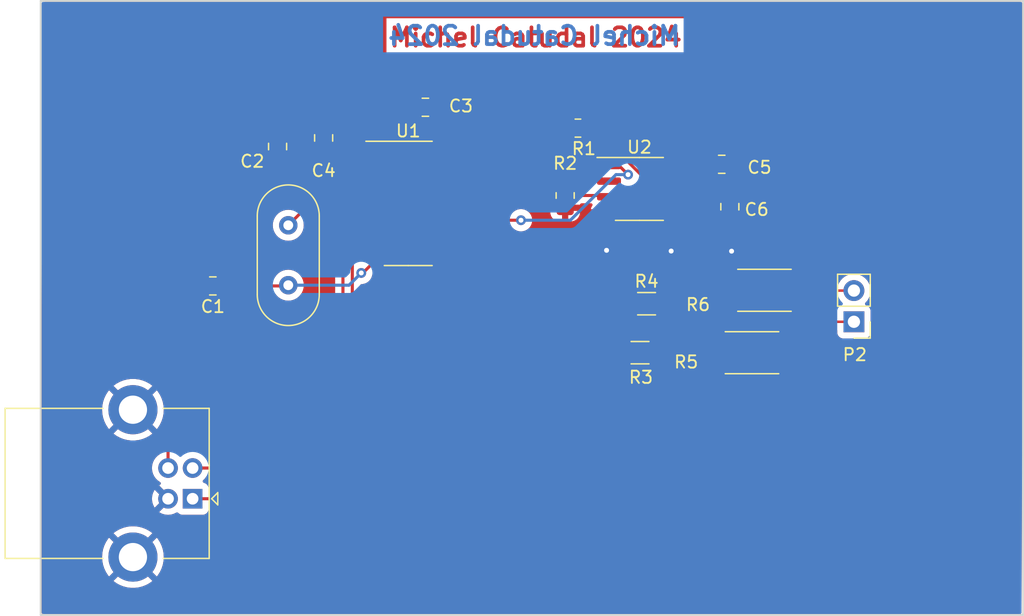
<source format=kicad_pcb>
(kicad_pcb (version 20240108) (generator "pcbnew") (generator_version "8.0")
  (title_block (date "2024-01-10"))
  (layers (0 "F.Cu" signal) (31 "B.Cu" signal) (34 "B.Paste" user) (35 "F.Paste" user) (36 "B.SilkS" user "B.Silkscreen") (37 "F.SilkS" user "F.Silkscreen") (38 "B.Mask" user) (39 "F.Mask" user) (44 "Edge.Cuts" user))
  (net 0 "")
  (net 1 "GND")
  (net 2 "Net-(U1-XO)")
  (net 3 "Net-(U1-XI)")
  (net 4 "+5V")
  (net 5 "Net-(U1-V3)")
  (net 6 "Net-(U2-~{DO}{slash}~{RI})")
  (net 7 "Net-(U2-DO{slash}RI)")
  (net 8 "Net-(P1-D-)")
  (net 9 "Net-(P1-D+)")
  (net 10 "Net-(U1-TXD)")
  (net 11 "/J1708-")
  (net 12 "/J1708+")
  (net 13 "Net-(U2-~{RE})")
  (net 14 "Net-(U1-RXD)")
  (footprint "Resistor_SMD:R_2512_6332Metric_Pad1.40x3.35mm_HandSolder" (layer "F.Cu") (at 179.468 109.426 180)
    (property "Reference" "R6" (at 5.4102 -1.1684 0) (layer "F.SilkS"))
    (property "Value" "47")
    (fp_line (start -2.177064 1.71) (end 2.177064 1.71) (stroke (width 0.12)) (layer "F.SilkS"))
    (fp_line (start -2.177064 -1.71) (end 2.177064 -1.71) (stroke (width 0.12)) (layer "F.SilkS"))
    (pad "1" smd roundrect (at -3.05 0 180) (size 1.4 3.35) (layers "F.Cu" "F.Paste" "F.Mask") (roundrect_rratio 0.1785707143) (net 12 "/J1708+"))
    (pad "2" smd roundrect (at 3.05 0 180) (size 1.4 3.35) (layers "F.Cu" "F.Paste" "F.Mask") (roundrect_rratio 0.1785707143) (net 7 "Net-(U2-DO{slash}RI)"))
  )
  (footprint "Resistor_SMD:R_0805_2012Metric_Pad1.20x1.40mm_HandSolder" (layer "F.Cu") (at 164.2798 96.2182 180)
    (property "Reference" "R1" (at -0.4826 -1.6764 0) (layer "F.SilkS"))
    (property "Value" "4.7k")
    (fp_line (start -0.227064 0.735) (end 0.227064 0.735) (stroke (width 0.12)) (layer "F.SilkS"))
    (fp_line (start -0.227064 -0.735) (end 0.227064 -0.735) (stroke (width 0.12)) (layer "F.SilkS"))
    (pad "1" smd roundrect (at -1 0 180) (size 1.2 1.4) (layers "F.Cu" "F.Paste" "F.Mask") (roundrect_rratio 0.2083333333) (net 4 "+5V"))
    (pad "2" smd roundrect (at 1 0 180) (size 1.2 1.4) (layers "F.Cu" "F.Paste" "F.Mask") (roundrect_rratio 0.2083333333) (net 10 "Net-(U1-TXD)"))
  )
  (footprint "Capacitor_SMD:C_0805_2012Metric_Pad1.18x1.45mm_HandSolder" (layer "F.Cu") (at 143.57 97.0175 90)
    (property "Reference" "C4" (at -2.6625 0 180) (layer "F.SilkS"))
    (property "Value" "0.1uf")
    (fp_line (start -0.261252 -0.735) (end 0.261252 -0.735) (stroke (width 0.12)) (layer "F.SilkS"))
    (fp_line (start -0.261252 0.735) (end 0.261252 0.735) (stroke (width 0.12)) (layer "F.SilkS"))
    (pad "1" smd roundrect (at -1.0375 0 90) (size 1.175 1.45) (layers "F.Cu" "F.Paste" "F.Mask") (roundrect_rratio 0.2127659574) (net 5 "Net-(U1-V3)"))
    (pad "2" smd roundrect (at 1.0375 0 90) (size 1.175 1.45) (layers "F.Cu" "F.Paste" "F.Mask") (roundrect_rratio 0.2127659574) (net 1 "GND"))
  )
  (footprint "Package_SO:SOIC-8_3.9x4.9mm_P1.27mm" (layer "F.Cu") (at 169.2836 101.1712)
    (property "Reference" "U2" (at 0 -3.4 0) (layer "F.SilkS"))
    (property "Value" "DS36277")
    (fp_line (start 0 -2.56) (end -3.45 -2.56) (stroke (width 0.12)) (layer "F.SilkS"))
    (fp_line (start 0 -2.56) (end 1.95 -2.56) (stroke (width 0.12)) (layer "F.SilkS"))
    (fp_line (start 0 2.56) (end -1.95 2.56) (stroke (width 0.12)) (layer "F.SilkS"))
    (fp_line (start 0 2.56) (end 1.95 2.56) (stroke (width 0.12)) (layer "F.SilkS"))
    (pad "1" smd roundrect (at -2.475 -1.905) (size 1.95 0.6) (layers "F.Cu" "F.Paste" "F.Mask") (net 14 "Net-(U1-RXD)"))
    (pad "2" smd roundrect (at -2.475 -0.635) (size 1.95 0.6) (layers "F.Cu" "F.Paste" "F.Mask") (net 13 "Net-(U2-~{RE})"))
    (pad "3" smd roundrect (at -2.475 0.635) (size 1.95 0.6) (layers "F.Cu" "F.Paste" "F.Mask") (net 10 "Net-(U1-TXD)"))
    (pad "4" smd roundrect (at -2.475 1.905) (size 1.95 0.6) (layers "F.Cu" "F.Paste" "F.Mask") (net 1 "GND"))
    (pad "5" smd roundrect (at 2.475 1.905) (size 1.95 0.6) (layers "F.Cu" "F.Paste" "F.Mask") (net 1 "GND"))
    (pad "6" smd roundrect (at 2.475 0.635) (size 1.95 0.6) (layers "F.Cu" "F.Paste" "F.Mask") (net 7 "Net-(U2-DO{slash}RI)"))
    (pad "7" smd roundrect (at 2.475 -0.635) (size 1.95 0.6) (layers "F.Cu" "F.Paste" "F.Mask") (net 6 "Net-(U2-~{DO}{slash}~{RI})"))
    (pad "8" smd roundrect (at 2.475 -1.905) (size 1.95 0.6) (layers "F.Cu" "F.Paste" "F.Mask") (net 4 "+5V"))
  )
  (footprint "Resistor_SMD:R_0805_2012Metric_Pad1.20x1.40mm_HandSolder" (layer "F.Cu") (at 163.2384 101.7046 -90)
    (property "Reference" "R2" (at -2.6162 0 180) (layer "F.SilkS"))
    (property "Value" "4.7k")
    (fp_line (start -0.227064 0.735) (end 0.227064 0.735) (stroke (width 0.12)) (layer "F.SilkS"))
    (fp_line (start -0.227064 -0.735) (end 0.227064 -0.735) (stroke (width 0.12)) (layer "F.SilkS"))
    (pad "1" smd roundrect (at -1 0 270) (size 1.2 1.4) (layers "F.Cu" "F.Paste" "F.Mask") (roundrect_rratio 0.2083333333) (net 13 "Net-(U2-~{RE})"))
    (pad "2" smd roundrect (at 1 0 270) (size 1.2 1.4) (layers "F.Cu" "F.Paste" "F.Mask") (roundrect_rratio 0.2083333333) (net 1 "GND"))
  )
  (footprint "Crystal:Crystal_HC49-4H_Vertical" (layer "F.Cu") (at 140.69 109.01 90)
    (property "Reference" "Y1" (hide yes))
    (property "Value" "12Mhz")
    (fp_line (start -0.76 -2.525) (end 5.64 -2.525) (stroke (width 0.12)) (layer "F.SilkS"))
    (fp_line (start -0.76 2.525) (end 5.64 2.525) (stroke (width 0.12)) (layer "F.SilkS"))
    (fp_arc (start 5.64 -2.525) (mid 8.165 0) (end 5.64 2.525) (stroke (width 0.12)) (layer "F.SilkS"))
    (fp_arc (start -0.76 2.525) (mid -3.285 0) (end -0.76 -2.525) (stroke (width 0.12)) (layer "F.SilkS"))
    (pad "1" thru_hole circle (at 0 0 90) (size 1.5 1.5) (drill 0.8) (layers "*.Cu" "*.Mask") (net 2 "Net-(U1-XO)"))
    (pad "2" thru_hole circle (at 4.88 0 90) (size 1.5 1.5) (drill 0.8) (layers "*.Cu" "*.Mask") (net 3 "Net-(U1-XI)"))
  )
  (footprint "Resistor_SMD:R_1206_3216Metric_Pad1.30x1.75mm_HandSolder" (layer "F.Cu") (at 169.8678 110.5184)
    (property "Reference" "R4" (at 0 -1.82 0) (layer "F.SilkS"))
    (property "Value" "4.7k")
    (fp_line (start -0.727064 -0.91) (end 0.727064 -0.91) (stroke (width 0.12)) (layer "F.SilkS"))
    (fp_line (start -0.727064 0.91) (end 0.727064 0.91) (stroke (width 0.12)) (layer "F.SilkS"))
    (pad "1" smd roundrect (at -1.55 0) (size 1.3 1.75) (layers "F.Cu" "F.Paste" "F.Mask") (roundrect_rratio 0.1923076923) (net 4 "+5V"))
    (pad "2" smd roundrect (at 1.55 0) (size 1.3 1.75) (layers "F.Cu" "F.Paste" "F.Mask") (roundrect_rratio 0.1923076923) (net 7 "Net-(U2-DO{slash}RI)"))
  )
  (footprint "Connector_PinHeader_2.54mm:PinHeader_1x02_P2.54mm_Vertical" (layer "F.Cu") (at 186.753 111.989 180)
    (property "Reference" "P2" (at -0.07 -2.68 0) (layer "F.SilkS"))
    (property "Value" "J1587")
    (fp_line (start 1.33 1.27) (end 1.33 3.87) (stroke (width 0.12)) (layer "F.SilkS"))
    (fp_line (start -1.33 3.87) (end 1.33 3.87) (stroke (width 0.12)) (layer "F.SilkS"))
    (fp_line (start -1.33 1.27) (end 1.33 1.27) (stroke (width 0.12)) (layer "F.SilkS"))
    (fp_line (start -1.33 1.27) (end -1.33 3.87) (stroke (width 0.12)) (layer "F.SilkS"))
    (fp_line (start -1.33 0) (end -1.33 -1.33) (stroke (width 0.12)) (layer "F.SilkS"))
    (fp_line (start -1.33 -1.33) (end 0 -1.33) (stroke (width 0.12)) (layer "F.SilkS"))
    (pad "1" thru_hole rect (at 0 0 180) (size 1.7 1.7) (drill 1) (layers "*.Cu" "*.Mask") (net 11 "/J1708-"))
    (pad "2" thru_hole oval (at 0 2.54 180) (size 1.7 1.7) (drill 1) (layers "*.Cu" "*.Mask") (net 12 "/J1708+"))
  )
  (footprint "Capacitor_SMD:C_0805_2012Metric_Pad1.18x1.45mm_HandSolder" (layer "F.Cu") (at 139.82 97.7175 90)
    (property "Reference" "C2" (at -1.2025 -2.06 180) (layer "F.SilkS"))
    (property "Value" "22pF")
    (fp_line (start -0.261252 -0.735) (end 0.261252 -0.735) (stroke (width 0.12)) (layer "F.SilkS"))
    (fp_line (start -0.261252 0.735) (end 0.261252 0.735) (stroke (width 0.12)) (layer "F.SilkS"))
    (pad "1" smd roundrect (at -1.0375 0 90) (size 1.175 1.45) (layers "F.Cu" "F.Paste" "F.Mask") (roundrect_rratio 0.2127659574) (net 3 "Net-(U1-XI)"))
    (pad "2" smd roundrect (at 1.0375 0 90) (size 1.175 1.45) (layers "F.Cu" "F.Paste" "F.Mask") (roundrect_rratio 0.2127659574) (net 1 "GND"))
  )
  (footprint "Capacitor_SMD:C_0805_2012Metric_Pad1.18x1.45mm_HandSolder" (layer "F.Cu") (at 151.8575 94.52 180)
    (property "Reference" "C3" (at -2.8925 0.1 180) (layer "F.SilkS"))
    (property "Value" "0.1uf")
    (fp_line (start -0.261252 0.735) (end 0.261252 0.735) (stroke (width 0.12)) (layer "F.SilkS"))
    (fp_line (start -0.261252 -0.735) (end 0.261252 -0.735) (stroke (width 0.12)) (layer "F.SilkS"))
    (pad "1" smd roundrect (at -1.0375 0 180) (size 1.175 1.45) (layers "F.Cu" "F.Paste" "F.Mask") (roundrect_rratio 0.2127659574) (net 4 "+5V"))
    (pad "2" smd roundrect (at 1.0375 0 180) (size 1.175 1.45) (layers "F.Cu" "F.Paste" "F.Mask") (roundrect_rratio 0.2127659574) (net 1 "GND"))
  )
  (footprint "Resistor_SMD:R_1206_3216Metric_Pad1.30x1.75mm_HandSolder" (layer "F.Cu") (at 169.334 114.506 180)
    (property "Reference" "R3" (at -0.0762 -2.0066 0) (layer "F.SilkS"))
    (property "Value" "4.7k")
    (fp_line (start -0.727064 0.91) (end 0.727064 0.91) (stroke (width 0.12)) (layer "F.SilkS"))
    (fp_line (start -0.727064 -0.91) (end 0.727064 -0.91) (stroke (width 0.12)) (layer "F.SilkS"))
    (pad "1" smd roundrect (at -1.55 0 180) (size 1.3 1.75) (layers "F.Cu" "F.Paste" "F.Mask") (roundrect_rratio 0.1923076923) (net 6 "Net-(U2-~{DO}{slash}~{RI})"))
    (pad "2" smd roundrect (at 1.55 0 180) (size 1.3 1.75) (layers "F.Cu" "F.Paste" "F.Mask") (roundrect_rratio 0.1923076923) (net 1 "GND"))
  )
  (footprint "Capacitor_SMD:C_0805_2012Metric_Pad1.18x1.45mm_HandSolder" (layer "F.Cu") (at 175.9892 99.1646)
    (property "Reference" "C5" (at 3.0734 0.254 0) (layer "F.SilkS"))
    (property "Value" "0.0022uf")
    (fp_line (start -0.261252 -0.735) (end 0.261252 -0.735) (stroke (width 0.12)) (layer "F.SilkS"))
    (fp_line (start -0.261252 0.735) (end 0.261252 0.735) (stroke (width 0.12)) (layer "F.SilkS"))
    (pad "1" smd roundrect (at -1.0375 0) (size 1.175 1.45) (layers "F.Cu" "F.Paste" "F.Mask") (roundrect_rratio 0.2127659574) (net 6 "Net-(U2-~{DO}{slash}~{RI})"))
    (pad "2" smd roundrect (at 1.0375 0) (size 1.175 1.45) (layers "F.Cu" "F.Paste" "F.Mask") (roundrect_rratio 0.2127659574) (net 1 "GND"))
  )
  (footprint "Capacitor_SMD:C_0805_2012Metric_Pad1.18x1.45mm_HandSolder" (layer "F.Cu") (at 134.5475 109.07 180)
    (property "Reference" "C1" (at 0 -1.68 0) (layer "F.SilkS"))
    (property "Value" "22pF")
    (fp_line (start -0.261252 0.735) (end 0.261252 0.735) (stroke (width 0.12)) (layer "F.SilkS"))
    (fp_line (start -0.261252 -0.735) (end 0.261252 -0.735) (stroke (width 0.12)) (layer "F.SilkS"))
    (pad "1" smd roundrect (at -1.0375 0 180) (size 1.175 1.45) (layers "F.Cu" "F.Paste" "F.Mask") (roundrect_rratio 0.2127659574) (net 2 "Net-(U1-XO)"))
    (pad "2" smd roundrect (at 1.0375 0 180) (size 1.175 1.45) (layers "F.Cu" "F.Paste" "F.Mask") (roundrect_rratio 0.2127659574) (net 1 "GND"))
  )
  (footprint "Capacitor_SMD:C_0805_2012Metric_Pad1.18x1.45mm_HandSolder" (layer "F.Cu") (at 176.6496 102.619 -90)
    (property "Reference" "C6" (at 0.2286 -2.1844 180) (layer "F.SilkS"))
    (property "Value" "0.0022uf")
    (fp_line (start -0.261252 0.735) (end 0.261252 0.735) (stroke (width 0.12)) (layer "F.SilkS"))
    (fp_line (start -0.261252 -0.735) (end 0.261252 -0.735) (stroke (width 0.12)) (layer "F.SilkS"))
    (pad "1" smd roundrect (at -1.0375 0 270) (size 1.175 1.45) (layers "F.Cu" "F.Paste" "F.Mask") (roundrect_rratio 0.2127659574) (net 7 "Net-(U2-DO{slash}RI)"))
    (pad "2" smd roundrect (at 1.0375 0 270) (size 1.175 1.45) (layers "F.Cu" "F.Paste" "F.Mask") (roundrect_rratio 0.2127659574) (net 1 "GND"))
  )
  (footprint "Package_SO:SOIC-16_3.9x9.9mm_P1.27mm" (layer "F.Cu") (at 150.46 102.35)
    (property "Reference" "U1" (at 0 -5.9 0) (layer "F.SilkS"))
    (property "Value" "CH340G")
    (fp_line (start 0 -5.06) (end -3.45 -5.06) (stroke (width 0.12)) (layer "F.SilkS"))
    (fp_line (start 0 -5.06) (end 1.95 -5.06) (stroke (width 0.12)) (layer "F.SilkS"))
    (fp_line (start 0 5.06) (end -1.95 5.06) (stroke (width 0.12)) (layer "F.SilkS"))
    (fp_line (start 0 5.06) (end 1.95 5.06) (stroke (width 0.12)) (layer "F.SilkS"))
    (pad "1" smd roundrect (at -2.475 -4.445) (size 1.95 0.6) (layers "F.Cu" "F.Paste" "F.Mask") (net 1 "GND"))
    (pad "2" smd roundrect (at -2.475 -3.175) (size 1.95 0.6) (layers "F.Cu" "F.Paste" "F.Mask") (net 10 "Net-(U1-TXD)"))
    (pad "3" smd roundrect (at -2.475 -1.905) (size 1.95 0.6) (layers "F.Cu" "F.Paste" "F.Mask") (net 14 "Net-(U1-RXD)"))
    (pad "4" smd roundrect (at -2.475 -0.635) (size 1.95 0.6) (layers "F.Cu" "F.Paste" "F.Mask") (net 5 "Net-(U1-V3)"))
    (pad "5" smd roundrect (at -2.475 0.635) (size 1.95 0.6) (layers "F.Cu" "F.Paste" "F.Mask") (net 9 "Net-(P1-D+)"))
    (pad "6" smd roundrect (at -2.475 1.905) (size 1.95 0.6) (layers "F.Cu" "F.Paste" "F.Mask") (net 8 "Net-(P1-D-)"))
    (pad "7" smd roundrect (at -2.475 3.175) (size 1.95 0.6) (layers "F.Cu" "F.Paste" "F.Mask") (net 3 "Net-(U1-XI)"))
    (pad "8" smd roundrect (at -2.475 4.445) (size 1.95 0.6) (layers "F.Cu" "F.Paste" "F.Mask") (net 2 "Net-(U1-XO)"))
    (pad "9" smd roundrect (at 2.475 4.445) (size 1.95 0.6) (layers "F.Cu" "F.Paste" "F.Mask") (net 14 "Net-(U1-RXD)"))
    (pad "10" smd roundrect (at 2.475 3.175) (size 1.95 0.6) (layers "F.Cu" "F.Paste" "F.Mask"))
    (pad "11" smd roundrect (at 2.475 1.905) (size 1.95 0.6) (layers "F.Cu" "F.Paste" "F.Mask"))
    (pad "12" smd roundrect (at 2.475 0.635) (size 1.95 0.6) (layers "F.Cu" "F.Paste" "F.Mask"))
    (pad "13" smd roundrect (at 2.475 -0.635) (size 1.95 0.6) (layers "F.Cu" "F.Paste" "F.Mask"))
    (pad "14" smd roundrect (at 2.475 -1.905) (size 1.95 0.6) (layers "F.Cu" "F.Paste" "F.Mask"))
    (pad "15" smd roundrect (at 2.475 -3.175) (size 1.95 0.6) (layers "F.Cu" "F.Paste" "F.Mask"))
    (pad "16" smd roundrect (at 2.475 -4.445) (size 1.95 0.6) (layers "F.Cu" "F.Paste" "F.Mask") (net 4 "+5V"))
  )
  (footprint "Resistor_SMD:R_2512_6332Metric_Pad1.40x3.35mm_HandSolder" (layer "F.Cu") (at 178.452 114.506 180)
    (property "Reference" "R5" (at 5.3594 -0.762 0) (layer "F.SilkS"))
    (property "Value" "47")
    (fp_line (start -2.177064 1.71) (end 2.177064 1.71) (stroke (width 0.12)) (layer "F.SilkS"))
    (fp_line (start -2.177064 -1.71) (end 2.177064 -1.71) (stroke (width 0.12)) (layer "F.SilkS"))
    (pad "1" smd roundrect (at -3.05 0 180) (size 1.4 3.35) (layers "F.Cu" "F.Paste" "F.Mask") (roundrect_rratio 0.1785707143) (net 11 "/J1708-"))
    (pad "2" smd roundrect (at 3.05 0 180) (size 1.4 3.35) (layers "F.Cu" "F.Paste" "F.Mask") (roundrect_rratio 0.1785707143) (net 6 "Net-(U2-~{DO}{slash}~{RI})"))
  )
  (footprint "Connector_USB:USB_B_Lumberg_2411_02_Horizontal" (layer "F.Cu") (at 132.9 126.4 180)
    (property "Reference" "P1" (hide yes))
    (property "Value" "USB_B" (hide yes))
    (fp_line (start 15.27 7.36) (end 15.27 -4.86) (stroke (width 0.12)) (layer "F.SilkS"))
    (fp_line (start 15.27 7.36) (end 7.3 7.36) (stroke (width 0.12)) (layer "F.SilkS"))
    (fp_line (start 15.27 -4.86) (end 7.3 -4.86) (stroke (width 0.12)) (layer "F.SilkS"))
    (fp_line (start -1.35 7.36) (end 2.4 7.36) (stroke (width 0.12)) (layer "F.SilkS"))
    (fp_line (start -1.35 7.36) (end -1.35 -4.86) (stroke (width 0.12)) (layer "F.SilkS"))
    (fp_line (start -1.35 -4.86) (end 2.4 -4.86) (stroke (width 0.12)) (layer "F.SilkS"))
    (fp_line (start -1.55 0) (end -2.05 -0.5) (stroke (width 0.12)) (layer "F.SilkS"))
    (fp_line (start -2.05 0.5) (end -1.55 0) (stroke (width 0.12)) (layer "F.SilkS"))
    (fp_line (start -2.05 -0.5) (end -2.05 0.5) (stroke (width 0.12)) (layer "F.SilkS"))
    (pad "1" thru_hole rect (at 0 0 270) (size 1.6 1.6) (drill 0.95) (layers "*.Cu" "*.Mask") (net 4 "+5V"))
    (pad "2" thru_hole circle (at 0 2.5 270) (size 1.6 1.6) (drill 0.95) (layers "*.Cu" "*.Mask") (net 8 "Net-(P1-D-)"))
    (pad "3" thru_hole circle (at 2 2.5 270) (size 1.6 1.6) (drill 0.95) (layers "*.Cu" "*.Mask") (net 9 "Net-(P1-D+)"))
    (pad "4" thru_hole circle (at 2 0 270) (size 1.6 1.6) (drill 0.95) (layers "*.Cu" "*.Mask") (net 1 "GND"))
    (pad "5" thru_hole circle (at 4.86 -4.75 270) (size 4 4) (drill 2.3) (layers "*.Cu" "*.Mask") (net 1 "GND"))
    (pad "5" thru_hole circle (at 4.86 7.25 270) (size 4 4) (drill 2.3) (layers "*.Cu" "*.Mask") (net 1 "GND"))
  )
  (gr_line (start 120.53 135.86) (end 120.53 85.86) (stroke (width 0.15)) (layer "Edge.Cuts"))
  (gr_line (start 120.53 85.86) (end 200.53 85.86) (stroke (width 0.15)) (layer "Edge.Cuts"))
  (gr_line (start 200.53 85.86) (end 200.53 135.86) (stroke (width 0.15)) (layer "Edge.Cuts"))
  (gr_line (start 200.53 135.86) (end 120.53 135.86) (stroke (width 0.15)) (layer "Edge.Cuts"))
  (gr_text "Michel Catudal 2024" (at 160.85 88.83 0) (layer "F.Cu") (effects (font (size 1.5 1.5) (thickness 0.3))))
  (gr_text "Michel Catudal 2024" (at 160.72 88.7 0) (layer "B.Cu") (effects (font (size 1.5 1.5) (thickness 0.3)) (justify mirror)))
  (segment (start 165.19 104.71) (end 166.61 106.13) (width 0.25) (layer "F.Cu") (net 1))
  (segment (start 176.79 106.24) (end 176.6496 106.0996) (width 0.25) (layer "F.Cu") (net 1))
  (segment (start 165.19 103.15) (end 165.19 104.71) (width 0.25) (layer "F.Cu") (net 1))
  (segment (start 165.19 103.15) (end 165.2638 103.0762) (width 0.25) (layer "F.Cu") (net 1))
  (segment (start 171.7586 106.1186) (end 171.7586 103.0762) (width 0.25) (layer "F.Cu") (net 1))
  (segment (start 164.7446 102.7046) (end 165.19 103.15) (width 0.25) (layer "F.Cu") (net 1))
  (segment (start 176.6496 106.0996) (end 176.6496 103.6565) (width 0.25) (layer "F.Cu") (net 1))
  (segment (start 171.87 106.23) (end 171.7586 106.1186) (width 0.25) (layer "F.Cu") (net 1))
  (segment (start 166.61 106.13) (end 166.61 106.17) (width 0.25) (layer "F.Cu") (net 1))
  (segment (start 163.2384 102.7046) (end 164.7446 102.7046) (width 0.25) (layer "F.Cu") (net 1))
  (segment (start 166.65 106.17) (end 166.64 106.16) (width 0.25) (layer "F.Cu") (net 1))
  (segment (start 166.61 106.17) (end 166.65 106.17) (width 0.25) (layer "F.Cu") (net 1))
  (segment (start 165.2638 103.0762) (end 166.8086 103.0762) (width 0.25) (layer "F.Cu") (net 1))
  (via (at 171.87 106.23) (size 0.8) (drill 0.4) (layers "F.Cu" "B.Cu") (net 1))
  (via (at 176.79 106.24) (size 0.8) (drill 0.4) (layers "F.Cu" "B.Cu") (net 1))
  (via (at 166.61 106.17) (size 0.8) (drill 0.4) (layers "F.Cu" "B.Cu") (net 1))
  (segment (start 176.72 106.24) (end 176.79 106.24) (width 0.25) (layer "B.Cu") (net 1))
  (segment (start 171.87 106.23) (end 176.71 106.23) (width 0.25) (layer "B.Cu") (net 1))
  (segment (start 171.87 106.23) (end 171.87 106.27) (width 0.25) (layer "B.Cu") (net 1))
  (segment (start 171.83 106.23) (end 171.87 106.23) (width 0.25) (layer "B.Cu") (net 1))
  (segment (start 171.77 106.17) (end 171.83 106.23) (width 0.25) (layer "B.Cu") (net 1))
  (segment (start 166.61 106.17) (end 171.77 106.17) (width 0.25) (layer "B.Cu") (net 1))
  (segment (start 176.79 106.31) (end 176.72 106.24) (width 0.25) (layer "B.Cu") (net 1))
  (segment (start 171.87 106.27) (end 171.81 106.21) (width 0.25) (layer "B.Cu") (net 1))
  (segment (start 176.71 106.23) (end 176.72 106.24) (width 0.25) (layer "B.Cu") (net 1))
  (segment (start 176.79 106.24) (end 176.79 106.31) (width 0.25) (layer "B.Cu") (net 1))
  (segment (start 140.63 109.07) (end 140.69 109.01) (width 0.25) (layer "F.Cu") (net 2))
  (segment (start 146.7678 108.0122) (end 147.985 106.795) (width 0.25) (layer "F.Cu") (net 2))
  (segment (start 146.633 108.0122) (end 146.7678 108.0122) (width 0.25) (layer "F.Cu") (net 2))
  (segment (start 135.585 109.07) (end 140.63 109.07) (width 0.25) (layer "F.Cu") (net 2))
  (via (at 146.633 108.0122) (size 0.8) (drill 0.4) (layers "F.Cu" "B.Cu") (net 2))
  (segment (start 145.6352 109.01) (end 146.633 108.0122) (width 0.25) (layer "B.Cu") (net 2))
  (segment (start 140.69 109.01) (end 145.6352 109.01) (width 0.25) (layer "B.Cu") (net 2))
  (segment (start 149.3159 102.6041) (end 149.3159 104.6559) (width 0.25) (layer "F.Cu") (net 3))
  (segment (start 149.0618 102.35) (end 149.3159 102.6041) (width 0.25) (layer "F.Cu") (net 3))
  (segment (start 142.47 102.35) (end 149.0618 102.35) (width 0.25) (layer "F.Cu") (net 3))
  (segment (start 149.3159 104.6559) (end 148.4468 105.525) (width 0.25) (layer "F.Cu") (net 3))
  (segment (start 139.82 99.7) (end 142.47 102.35) (width 0.25) (layer "F.Cu") (net 3))
  (segment (start 148.4468 105.525) (end 147.985 105.525) (width 0.25) (layer "F.Cu") (net 3))
  (segment (start 140.69 104.13) (end 142.47 102.35) (width 0.25) (layer "F.Cu") (net 3))
  (segment (start 139.82 98.755) (end 139.82 99.7) (width 0.25) (layer "F.Cu") (net 3))
  (segment (start 171.252 99.2662) (end 171.7586 99.2662) (width 0.25) (layer "F.Cu") (net 4))
  (segment (start 165.6153 96.2182) (end 165.2798 96.2182) (width 0.25) (layer "F.Cu") (net 4))
  (segment (start 164.2184 95.1568) (end 165.2798 96.2182) (width 0.25) (layer "F.Cu") (net 4))
  (segment (start 153.1838 94.52) (end 153.8206 95.1568) (width 0.25) (layer "F.Cu") (net 4))
  (segment (start 153.8206 95.1568) (end 164.2184 95.1568) (width 0.25) (layer "F.Cu") (net 4))
  (segment (start 169.9577 100.5605) (end 171.252 99.2662) (width 0.25) (layer "F.Cu") (net 4))
  (segment (start 152.895 94.52) (end 153.1838 94.52) (width 0.25) (layer "F.Cu") (net 4))
  (segment (start 168.3178 102.2004) (end 169.9577 100.5605) (width 0.25) (layer "F.Cu") (net 4))
  (segment (start 153.8206 97.0194) (end 152.935 97.905) (width 0.25) (layer "F.Cu") (net 4))
  (segment (start 168.3178 110.5184) (end 153.836 110.5184) (width 0.25) (layer "F.Cu") (net 4))
  (segment (start 168.3178 110.5184) (end 168.3178 102.2004) (width 0.25) (layer "F.Cu") (net 4))
  (segment (start 153.8206 95.1568) (end 153.8206 97.0194) (width 0.25) (layer "F.Cu") (net 4))
  (segment (start 137.9544 126.4) (end 132.9 126.4) (width 0.25) (layer "F.Cu") (net 4))
  (segment (start 169.9577 100.5605) (end 165.6153 96.2182) (width 0.25) (layer "F.Cu") (net 4))
  (segment (start 153.836 110.5184) (end 137.9544 126.4) (width 0.25) (layer "F.Cu") (net 4))
  (segment (start 143.57 98.055) (end 147.23 101.715) (width 0.25) (layer "F.Cu") (net 5))
  (segment (start 147.23 101.715) (end 147.985 101.715) (width 0.25) (layer "F.Cu") (net 5))
  (segment (start 169.8678 101.931) (end 171.2626 100.5362) (width 0.25) (layer "F.Cu") (net 6))
  (segment (start 174.9517 99.1646) (end 173.5801 100.5362) (width 0.25) (layer "F.Cu") (net 6))
  (segment (start 170.884 114.506) (end 175.402 114.506) (width 0.25) (layer "F.Cu") (net 6))
  (segment (start 170.884 114.506) (end 170.884 113.288) (width 0.25) (layer "F.Cu") (net 6))
  (segment (start 170.884 113.288) (end 169.8678 112.2718) (width 0.25) (layer "F.Cu") (net 6))
  (segment (start 169.8678 112.2718) (end 169.8678 101.931) (width 0.25) (layer "F.Cu") (net 6))
  (segment (start 171.2626 100.5362) (end 171.7586 100.5362) (width 0.25) (layer "F.Cu") (net 6))
  (segment (start 173.5801 100.5362) (end 171.7586 100.5362) (width 0.25) (layer "F.Cu") (net 6))
  (segment (start 173.1048 101.8062) (end 173.1048 108.8314) (width 0.25) (layer "F.Cu") (net 7))
  (segment (start 173.1048 108.8314) (end 171.4178 110.5184) (width 0.25) (layer "F.Cu") (net 7))
  (segment (start 173.6994 109.426) (end 176.418 109.426) (width 0.25) (layer "F.Cu") (net 7))
  (segment (start 173.3295 101.5815) (end 173.1048 101.8062) (width 0.25) (layer "F.Cu") (net 7))
  (segment (start 173.1048 108.8314) (end 173.6994 109.426) (width 0.25) (layer "F.Cu") (net 7))
  (segment (start 173.1048 101.8062) (end 171.7586 101.8062) (width 0.25) (layer "F.Cu") (net 7))
  (segment (start 176.6496 101.5815) (end 173.3295 101.5815) (width 0.25) (layer "F.Cu") (net 7))
  (segment (start 145.9061 114.8214) (end 136.8275 123.9) (width 0.25) (layer "F.Cu") (net 8))
  (segment (start 147.5164 104.255) (end 145.9061 105.8653) (width 0.25) (layer "F.Cu") (net 8))
  (segment (start 147.985 104.255) (end 147.5164 104.255) (width 0.25) (layer "F.Cu") (net 8))
  (segment (start 136.8275 123.9) (end 132.9 123.9) (width 0.25) (layer "F.Cu") (net 8))
  (segment (start 145.9061 105.8653) (end 145.9061 114.8214) (width 0.25) (layer "F.Cu") (net 8))
  (segment (start 147.985 102.985) (end 147.5727 102.985) (width 0.25) (layer "F.Cu") (net 9))
  (segment (start 136.153 121.549) (end 131.563 121.549) (width 0.25) (layer "F.Cu") (net 9))
  (segment (start 145.0768 112.6252) (end 136.153 121.549) (width 0.25) (layer "F.Cu") (net 9))
  (segment (start 130.933 122.219) (end 130.9 122.252) (width 0.25) (layer "F.Cu") (net 9))
  (segment (start 145.1423 112.6252) (end 145.0768 112.6252) (width 0.25) (layer "F.Cu") (net 9))
  (segment (start 147.5727 102.985) (end 145.1423 105.4154) (width 0.25) (layer "F.Cu") (net 9))
  (segment (start 145.1423 105.4154) (end 145.1423 112.6252) (width 0.25) (layer "F.Cu") (net 9))
  (segment (start 130.933 122.179) (end 130.933 122.219) (width 0.25) (layer "F.Cu") (net 9))
  (segment (start 131.563 121.549) (end 130.933 122.179) (width 0.25) (layer "F.Cu") (net 9))
  (segment (start 130.9 122.252) (end 130.9 123.9) (width 0.25) (layer "F.Cu") (net 9))
  (segment (start 166.8086 101.8062) (end 166.707 101.7046) (width 0.25) (layer "F.Cu") (net 10))
  (segment (start 162.174 101.3128) (end 162.174 99.81) (width 0.25) (layer "F.Cu") (net 10))
  (segment (start 162.174 99.81) (end 148.62 99.81) (width 0.25) (layer "F.Cu") (net 10))
  (segment (start 166.707 101.7046) (end 162.5658 101.7046) (width 0.25) (layer "F.Cu") (net 10))
  (segment (start 162.174 97.324) (end 163.2798 96.2182) (width 0.25) (layer "F.Cu") (net 10))
  (segment (start 162.174 99.81) (end 162.174 97.324) (width 0.25) (layer "F.Cu") (net 10))
  (segment (start 148.62 99.81) (end 147.985 99.175) (width 0.25) (layer "F.Cu") (net 10))
  (segment (start 162.5658 101.7046) (end 162.174 101.3128) (width 0.25) (layer "F.Cu") (net 10))
  (segment (start 181.502 114.506) (end 181.502 113.920105) (width 0.2) (layer "F.Cu") (net 11))
  (segment (start 186.753 111.989) (end 184.019 111.989) (width 0.2) (layer "F.Cu") (net 11))
  (segment (start 184.019 111.989) (end 181.502 114.506) (width 0.2) (layer "F.Cu") (net 11))
  (segment (start 186.753 109.449) (end 182.541 109.449) (width 0.2) (layer "F.Cu") (net 12))
  (segment (start 182.541 109.449) (end 182.518 109.426) (width 0.2) (layer "F.Cu") (net 12))
  (segment (start 166.8086 100.5362) (end 163.4068 100.5362) (width 0.25) (layer "F.Cu") (net 13))
  (segment (start 163.4068 100.5362) (end 163.2384 100.7046) (width 0.25) (layer "F.Cu") (net 13))
  (segment (start 154.2646 103.7192) (end 154.1654 103.62) (width 0.25) (layer "F.Cu") (net 14))
  (segment (start 152.935 106.795) (end 153.3506 106.795) (width 0.25) (layer "F.Cu") (net 14))
  (segment (start 166.8086 99.2662) (end 167.6205 99.2662) (width 0.25) (layer "F.Cu") (net 14))
  (segment (start 148.6181 100.445) (end 147.985 100.445) (width 0.25) (layer "F.Cu") (net 14))
  (segment (start 167.6205 99.2662) (end 168.3611 100.0068) (width 0.25) (layer "F.Cu") (net 14))
  (segment (start 154.1654 103.62) (end 151.7931 103.62) (width 0.25) (layer "F.Cu") (net 14))
  (segment (start 154.2646 105.881) (end 154.2646 103.7192) (width 0.25) (layer "F.Cu") (net 14))
  (segment (start 153.3506 106.795) (end 154.2646 105.881) (width 0.25) (layer "F.Cu") (net 14))
  (segment (start 151.7931 103.62) (end 148.6181 100.445) (width 0.25) (layer "F.Cu") (net 14))
  (segment (start 159.64 103.7192) (end 154.2646 103.7192) (width 0.25) (layer "F.Cu") (net 14))
  (via (at 159.64 103.7192) (size 0.8) (drill 0.4) (layers "F.Cu" "B.Cu") (net 14))
  (via (at 168.3611 100.0068) (size 0.8) (drill 0.4) (layers "F.Cu" "B.Cu") (net 14))
  (segment (start 159.64 103.7192) (end 163.6642 103.7192) (width 0.25) (layer "B.Cu") (net 14))
  (segment (start 167.3766 100.0068) (end 168.3611 100.0068) (width 0.25) (layer "B.Cu") (net 14))
  (segment (start 163.6642 103.7192) (end 167.3766 100.0068) (width 0.25) (layer "B.Cu") (net 14))
  (zone (net 1) (net_name "GND") (layer "F.Cu") (connect_pads (clearance 0.508)) (min_thickness 0.254) (fill yes (thermal_gap 0.508) (thermal_bridge_width 0.508))
    (polygon (pts (xy 200.5246 85.8294) (xy 200.3976 135.8928) (xy 120.413 135.842) (xy 120.794 85.804)))
  )
  (zone (net 1) (net_name "GND") (layer "B.Cu") (connect_pads (clearance 0.508)) (min_thickness 0.254) (fill yes (thermal_gap 0.508) (thermal_bridge_width 0.508))
    (polygon (pts (xy 200.6008 85.8548) (xy 200.3976 135.8928) (xy 120.413 135.969) (xy 120.413 85.804)))
  )
)
</source>
